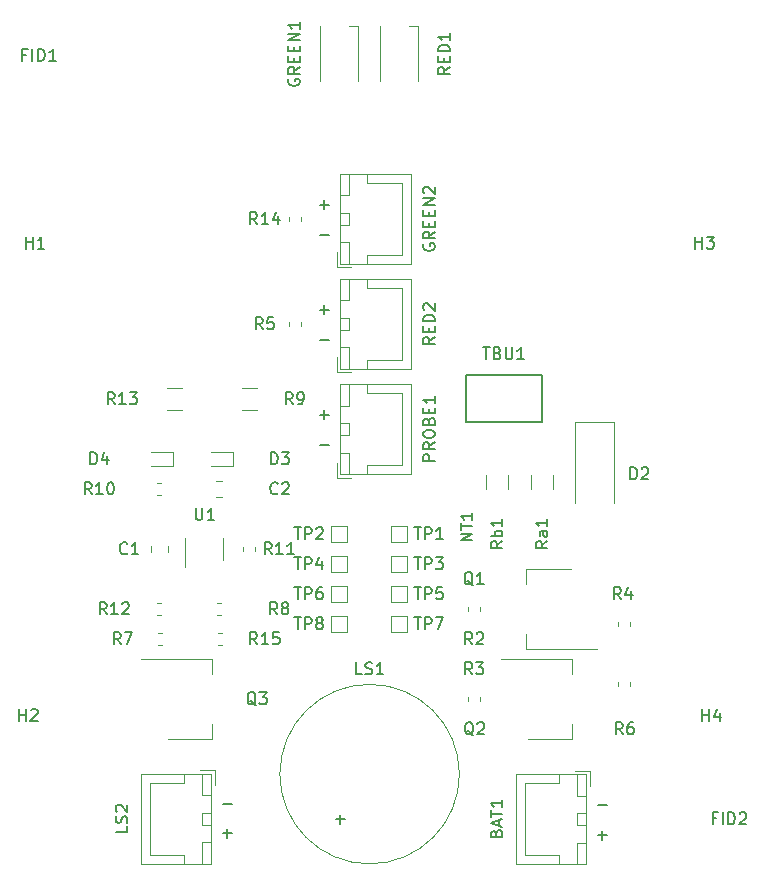
<source format=gbr>
%TF.GenerationSoftware,KiCad,Pcbnew,(5.1.5)-3*%
%TF.CreationDate,2020-08-07T17:04:35+02:00*%
%TF.ProjectId,continuity,636f6e74-696e-4756-9974-792e6b696361,rev?*%
%TF.SameCoordinates,Original*%
%TF.FileFunction,Legend,Top*%
%TF.FilePolarity,Positive*%
%FSLAX46Y46*%
G04 Gerber Fmt 4.6, Leading zero omitted, Abs format (unit mm)*
G04 Created by KiCad (PCBNEW (5.1.5)-3) date 2020-08-07 17:04:35*
%MOMM*%
%LPD*%
G04 APERTURE LIST*
%ADD10C,0.150000*%
%ADD11C,0.120000*%
G04 APERTURE END LIST*
D10*
X48029977Y-96824900D02*
X47268072Y-96824900D01*
X48029977Y-99324900D02*
X47268072Y-99324900D01*
X47649025Y-98943948D02*
X47649025Y-99705852D01*
X55483072Y-46127757D02*
X56244977Y-46127757D01*
X55864025Y-46508709D02*
X55864025Y-45746805D01*
X55483072Y-48667757D02*
X56244977Y-48667757D01*
X79018072Y-99507757D02*
X79779977Y-99507757D01*
X79399025Y-99888709D02*
X79399025Y-99126805D01*
X79018072Y-96967757D02*
X79779977Y-96967757D01*
X55483072Y-63907757D02*
X56244977Y-63907757D01*
X55864025Y-64288709D02*
X55864025Y-63526805D01*
X55483072Y-66447757D02*
X56244977Y-66447757D01*
X55483072Y-57557757D02*
X56244977Y-57557757D01*
X55483072Y-55017757D02*
X56244977Y-55017757D01*
X55864025Y-55398709D02*
X55864025Y-54636805D01*
D11*
X56924025Y-69226329D02*
X58174025Y-69226329D01*
X56924025Y-67976329D02*
X56924025Y-69226329D01*
X62424025Y-62076329D02*
X62424025Y-65126329D01*
X59474025Y-62076329D02*
X62424025Y-62076329D01*
X59474025Y-61326329D02*
X59474025Y-62076329D01*
X62424025Y-68176329D02*
X62424025Y-65126329D01*
X59474025Y-68176329D02*
X62424025Y-68176329D01*
X59474025Y-68926329D02*
X59474025Y-68176329D01*
X57224025Y-61326329D02*
X57224025Y-63126329D01*
X57974025Y-61326329D02*
X57224025Y-61326329D01*
X57974025Y-63126329D02*
X57974025Y-61326329D01*
X57224025Y-63126329D02*
X57974025Y-63126329D01*
X57224025Y-67126329D02*
X57224025Y-68926329D01*
X57974025Y-67126329D02*
X57224025Y-67126329D01*
X57974025Y-68926329D02*
X57974025Y-67126329D01*
X57224025Y-68926329D02*
X57974025Y-68926329D01*
X57224025Y-64626329D02*
X57224025Y-65626329D01*
X57974025Y-64626329D02*
X57224025Y-64626329D01*
X57974025Y-65626329D02*
X57974025Y-64626329D01*
X57224025Y-65626329D02*
X57974025Y-65626329D01*
X57214025Y-61316329D02*
X57214025Y-68936329D01*
X63184025Y-61316329D02*
X57214025Y-61316329D01*
X63184025Y-68936329D02*
X63184025Y-61316329D01*
X57214025Y-68936329D02*
X63184025Y-68936329D01*
X46589025Y-94006329D02*
X45339025Y-94006329D01*
X46589025Y-95256329D02*
X46589025Y-94006329D01*
X41089025Y-101156329D02*
X41089025Y-98106329D01*
X44039025Y-101156329D02*
X41089025Y-101156329D01*
X44039025Y-101906329D02*
X44039025Y-101156329D01*
X41089025Y-95056329D02*
X41089025Y-98106329D01*
X44039025Y-95056329D02*
X41089025Y-95056329D01*
X44039025Y-94306329D02*
X44039025Y-95056329D01*
X46289025Y-101906329D02*
X46289025Y-100106329D01*
X45539025Y-101906329D02*
X46289025Y-101906329D01*
X45539025Y-100106329D02*
X45539025Y-101906329D01*
X46289025Y-100106329D02*
X45539025Y-100106329D01*
X46289025Y-96106329D02*
X46289025Y-94306329D01*
X45539025Y-96106329D02*
X46289025Y-96106329D01*
X45539025Y-94306329D02*
X45539025Y-96106329D01*
X46289025Y-94306329D02*
X45539025Y-94306329D01*
X46289025Y-98606329D02*
X46289025Y-97606329D01*
X45539025Y-98606329D02*
X46289025Y-98606329D01*
X45539025Y-97606329D02*
X45539025Y-98606329D01*
X46289025Y-97606329D02*
X45539025Y-97606329D01*
X46299025Y-101916329D02*
X46299025Y-94296329D01*
X40329025Y-101916329D02*
X46299025Y-101916329D01*
X40329025Y-94296329D02*
X40329025Y-101916329D01*
X46299025Y-94296329D02*
X40329025Y-94296329D01*
X46842758Y-83396329D02*
X47185292Y-83396329D01*
X46842758Y-82376329D02*
X47185292Y-82376329D01*
X53874025Y-47497596D02*
X53874025Y-47155062D01*
X52854025Y-47497596D02*
X52854025Y-47155062D01*
X56924025Y-51406329D02*
X58174025Y-51406329D01*
X56924025Y-50156329D02*
X56924025Y-51406329D01*
X62424025Y-44256329D02*
X62424025Y-47306329D01*
X59474025Y-44256329D02*
X62424025Y-44256329D01*
X59474025Y-43506329D02*
X59474025Y-44256329D01*
X62424025Y-50356329D02*
X62424025Y-47306329D01*
X59474025Y-50356329D02*
X62424025Y-50356329D01*
X59474025Y-51106329D02*
X59474025Y-50356329D01*
X57224025Y-43506329D02*
X57224025Y-45306329D01*
X57974025Y-43506329D02*
X57224025Y-43506329D01*
X57974025Y-45306329D02*
X57974025Y-43506329D01*
X57224025Y-45306329D02*
X57974025Y-45306329D01*
X57224025Y-49306329D02*
X57224025Y-51106329D01*
X57974025Y-49306329D02*
X57224025Y-49306329D01*
X57974025Y-51106329D02*
X57974025Y-49306329D01*
X57224025Y-51106329D02*
X57974025Y-51106329D01*
X57224025Y-46806329D02*
X57224025Y-47806329D01*
X57974025Y-46806329D02*
X57224025Y-46806329D01*
X57974025Y-47806329D02*
X57974025Y-46806329D01*
X57224025Y-47806329D02*
X57974025Y-47806329D01*
X57214025Y-43496329D02*
X57214025Y-51116329D01*
X63184025Y-43496329D02*
X57214025Y-43496329D01*
X63184025Y-51116329D02*
X63184025Y-43496329D01*
X57214025Y-51116329D02*
X63184025Y-51116329D01*
X58734025Y-30956329D02*
X57934025Y-30956329D01*
X58734025Y-35606329D02*
X58734025Y-30956329D01*
X55534025Y-35606329D02*
X55534025Y-30956329D01*
X56434025Y-78376329D02*
X57834025Y-78376329D01*
X56434025Y-79776329D02*
X56434025Y-78376329D01*
X57834025Y-79776329D02*
X56434025Y-79776329D01*
X57834025Y-78376329D02*
X57834025Y-79776329D01*
X56434025Y-80916329D02*
X57834025Y-80916329D01*
X56434025Y-82316329D02*
X56434025Y-80916329D01*
X57834025Y-82316329D02*
X56434025Y-82316329D01*
X57834025Y-80916329D02*
X57834025Y-82316329D01*
X61514025Y-80916329D02*
X62914025Y-80916329D01*
X61514025Y-82316329D02*
X61514025Y-80916329D01*
X62914025Y-82316329D02*
X61514025Y-82316329D01*
X62914025Y-80916329D02*
X62914025Y-82316329D01*
X61514025Y-78376329D02*
X62914025Y-78376329D01*
X61514025Y-79776329D02*
X61514025Y-78376329D01*
X62914025Y-79776329D02*
X61514025Y-79776329D01*
X62914025Y-78376329D02*
X62914025Y-79776329D01*
X56434025Y-75836329D02*
X57834025Y-75836329D01*
X56434025Y-77236329D02*
X56434025Y-75836329D01*
X57834025Y-77236329D02*
X56434025Y-77236329D01*
X57834025Y-75836329D02*
X57834025Y-77236329D01*
X61514025Y-75836329D02*
X62914025Y-75836329D01*
X61514025Y-77236329D02*
X61514025Y-75836329D01*
X62914025Y-77236329D02*
X61514025Y-77236329D01*
X62914025Y-75836329D02*
X62914025Y-77236329D01*
X56434025Y-73296329D02*
X57834025Y-73296329D01*
X56434025Y-74696329D02*
X56434025Y-73296329D01*
X57834025Y-74696329D02*
X56434025Y-74696329D01*
X57834025Y-73296329D02*
X57834025Y-74696329D01*
X61514025Y-73296329D02*
X62914025Y-73296329D01*
X61514025Y-74696329D02*
X61514025Y-73296329D01*
X62914025Y-74696329D02*
X61514025Y-74696329D01*
X62914025Y-73296329D02*
X62914025Y-74696329D01*
D10*
X74004025Y-60566329D02*
X68154025Y-60566329D01*
X68154025Y-60566329D02*
X67854025Y-60566329D01*
X67854025Y-60566329D02*
X67854025Y-61566329D01*
X67854025Y-61566329D02*
X67854025Y-64466329D01*
X67854025Y-64466329D02*
X67854025Y-64516329D01*
X67854025Y-64516329D02*
X74304025Y-64516329D01*
X74304025Y-64516329D02*
X74304025Y-60566329D01*
X74304025Y-60566329D02*
X74004025Y-60566329D01*
D11*
X67314025Y-94326329D02*
G75*
G03X67314025Y-94326329I-7600000J0D01*
G01*
X75229025Y-70193393D02*
X75229025Y-68989265D01*
X73409025Y-70193393D02*
X73409025Y-68989265D01*
X71419025Y-70193393D02*
X71419025Y-68989265D01*
X69599025Y-70193393D02*
X69599025Y-68989265D01*
X78339025Y-94046329D02*
X77089025Y-94046329D01*
X78339025Y-95296329D02*
X78339025Y-94046329D01*
X72839025Y-101196329D02*
X72839025Y-98146329D01*
X75789025Y-101196329D02*
X72839025Y-101196329D01*
X75789025Y-101946329D02*
X75789025Y-101196329D01*
X72839025Y-95096329D02*
X72839025Y-98146329D01*
X75789025Y-95096329D02*
X72839025Y-95096329D01*
X75789025Y-94346329D02*
X75789025Y-95096329D01*
X78039025Y-101946329D02*
X78039025Y-100146329D01*
X77289025Y-101946329D02*
X78039025Y-101946329D01*
X77289025Y-100146329D02*
X77289025Y-101946329D01*
X78039025Y-100146329D02*
X77289025Y-100146329D01*
X78039025Y-96146329D02*
X78039025Y-94346329D01*
X77289025Y-96146329D02*
X78039025Y-96146329D01*
X77289025Y-94346329D02*
X77289025Y-96146329D01*
X78039025Y-94346329D02*
X77289025Y-94346329D01*
X78039025Y-98646329D02*
X78039025Y-97646329D01*
X77289025Y-98646329D02*
X78039025Y-98646329D01*
X77289025Y-97646329D02*
X77289025Y-98646329D01*
X78039025Y-97646329D02*
X77289025Y-97646329D01*
X78049025Y-101956329D02*
X78049025Y-94336329D01*
X72079025Y-101956329D02*
X78049025Y-101956329D01*
X72079025Y-94336329D02*
X72079025Y-101956329D01*
X78049025Y-94336329D02*
X72079025Y-94336329D01*
X56924025Y-60296329D02*
X58174025Y-60296329D01*
X56924025Y-59046329D02*
X56924025Y-60296329D01*
X62424025Y-53146329D02*
X62424025Y-56196329D01*
X59474025Y-53146329D02*
X62424025Y-53146329D01*
X59474025Y-52396329D02*
X59474025Y-53146329D01*
X62424025Y-59246329D02*
X62424025Y-56196329D01*
X59474025Y-59246329D02*
X62424025Y-59246329D01*
X59474025Y-59996329D02*
X59474025Y-59246329D01*
X57224025Y-52396329D02*
X57224025Y-54196329D01*
X57974025Y-52396329D02*
X57224025Y-52396329D01*
X57974025Y-54196329D02*
X57974025Y-52396329D01*
X57224025Y-54196329D02*
X57974025Y-54196329D01*
X57224025Y-58196329D02*
X57224025Y-59996329D01*
X57974025Y-58196329D02*
X57224025Y-58196329D01*
X57974025Y-59996329D02*
X57974025Y-58196329D01*
X57224025Y-59996329D02*
X57974025Y-59996329D01*
X57224025Y-55696329D02*
X57224025Y-56696329D01*
X57974025Y-55696329D02*
X57224025Y-55696329D01*
X57974025Y-56696329D02*
X57974025Y-55696329D01*
X57224025Y-56696329D02*
X57974025Y-56696329D01*
X57214025Y-52386329D02*
X57214025Y-60006329D01*
X63184025Y-52386329D02*
X57214025Y-52386329D01*
X63184025Y-60006329D02*
X63184025Y-52386329D01*
X57214025Y-60006329D02*
X63184025Y-60006329D01*
X63814025Y-30956329D02*
X63014025Y-30956329D01*
X63814025Y-35606329D02*
X63814025Y-30956329D01*
X60614025Y-35606329D02*
X60614025Y-30956329D01*
X46712773Y-70896329D02*
X47235277Y-70896329D01*
X46712773Y-69476329D02*
X47235277Y-69476329D01*
X41184025Y-75005077D02*
X41184025Y-75527581D01*
X42604025Y-75005077D02*
X42604025Y-75527581D01*
X46384025Y-91376329D02*
X46384025Y-90116329D01*
X46384025Y-84556329D02*
X46384025Y-85816329D01*
X42624025Y-91376329D02*
X46384025Y-91376329D01*
X40374025Y-84556329D02*
X46384025Y-84556329D01*
X42601961Y-61656329D02*
X43806089Y-61656329D01*
X42601961Y-63476329D02*
X43806089Y-63476329D01*
X48951961Y-61656329D02*
X50156089Y-61656329D01*
X48951961Y-63476329D02*
X50156089Y-63476329D01*
X47314025Y-76166329D02*
X47314025Y-74366329D01*
X44094025Y-74366329D02*
X44094025Y-76816329D01*
X42065292Y-80856329D02*
X41722758Y-80856329D01*
X42065292Y-79836329D02*
X41722758Y-79836329D01*
X50024025Y-75095062D02*
X50024025Y-75437596D01*
X49004025Y-75095062D02*
X49004025Y-75437596D01*
X41722758Y-69676329D02*
X42065292Y-69676329D01*
X41722758Y-70696329D02*
X42065292Y-70696329D01*
X46802758Y-79836329D02*
X47145292Y-79836329D01*
X46802758Y-80856329D02*
X47145292Y-80856329D01*
X41762758Y-82376329D02*
X42105292Y-82376329D01*
X41762758Y-83396329D02*
X42105292Y-83396329D01*
X81774025Y-86525062D02*
X81774025Y-86867596D01*
X80754025Y-86525062D02*
X80754025Y-86867596D01*
X52854025Y-56387596D02*
X52854025Y-56045062D01*
X53874025Y-56387596D02*
X53874025Y-56045062D01*
X80754025Y-81787596D02*
X80754025Y-81445062D01*
X81774025Y-81787596D02*
X81774025Y-81445062D01*
X69074025Y-88137596D02*
X69074025Y-87795062D01*
X68054025Y-88137596D02*
X68054025Y-87795062D01*
X68054025Y-80517596D02*
X68054025Y-80175062D01*
X69074025Y-80517596D02*
X69074025Y-80175062D01*
X70866000Y-84556329D02*
X76876000Y-84556329D01*
X73116000Y-91376329D02*
X76876000Y-91376329D01*
X76876000Y-84556329D02*
X76876000Y-85816329D01*
X76876000Y-91376329D02*
X76876000Y-90116329D01*
X72986000Y-76936329D02*
X72986000Y-78196329D01*
X72986000Y-83756329D02*
X72986000Y-82496329D01*
X76746000Y-76936329D02*
X72986000Y-76936329D01*
X78996000Y-83756329D02*
X72986000Y-83756329D01*
X43044025Y-68246329D02*
X43044025Y-67046329D01*
X41194025Y-68246329D02*
X43044025Y-68246329D01*
X41194025Y-67046329D02*
X43044025Y-67046329D01*
X48124025Y-68246329D02*
X48124025Y-67046329D01*
X46274025Y-68246329D02*
X48124025Y-68246329D01*
X46274025Y-67046329D02*
X48124025Y-67046329D01*
X80374025Y-64516329D02*
X77074025Y-64516329D01*
X77074025Y-64516329D02*
X77074025Y-71416329D01*
X80374025Y-64516329D02*
X80374025Y-71416329D01*
D10*
X65246405Y-67820614D02*
X64246405Y-67820614D01*
X64246405Y-67439662D01*
X64294025Y-67344424D01*
X64341644Y-67296805D01*
X64436882Y-67249186D01*
X64579739Y-67249186D01*
X64674977Y-67296805D01*
X64722596Y-67344424D01*
X64770215Y-67439662D01*
X64770215Y-67820614D01*
X65246405Y-66249186D02*
X64770215Y-66582519D01*
X65246405Y-66820614D02*
X64246405Y-66820614D01*
X64246405Y-66439662D01*
X64294025Y-66344424D01*
X64341644Y-66296805D01*
X64436882Y-66249186D01*
X64579739Y-66249186D01*
X64674977Y-66296805D01*
X64722596Y-66344424D01*
X64770215Y-66439662D01*
X64770215Y-66820614D01*
X64246405Y-65630138D02*
X64246405Y-65439662D01*
X64294025Y-65344424D01*
X64389263Y-65249186D01*
X64579739Y-65201567D01*
X64913072Y-65201567D01*
X65103548Y-65249186D01*
X65198786Y-65344424D01*
X65246405Y-65439662D01*
X65246405Y-65630138D01*
X65198786Y-65725376D01*
X65103548Y-65820614D01*
X64913072Y-65868233D01*
X64579739Y-65868233D01*
X64389263Y-65820614D01*
X64294025Y-65725376D01*
X64246405Y-65630138D01*
X64722596Y-64439662D02*
X64770215Y-64296805D01*
X64817834Y-64249186D01*
X64913072Y-64201567D01*
X65055929Y-64201567D01*
X65151167Y-64249186D01*
X65198786Y-64296805D01*
X65246405Y-64392043D01*
X65246405Y-64772995D01*
X64246405Y-64772995D01*
X64246405Y-64439662D01*
X64294025Y-64344424D01*
X64341644Y-64296805D01*
X64436882Y-64249186D01*
X64532120Y-64249186D01*
X64627358Y-64296805D01*
X64674977Y-64344424D01*
X64722596Y-64439662D01*
X64722596Y-64772995D01*
X64722596Y-63772995D02*
X64722596Y-63439662D01*
X65246405Y-63296805D02*
X65246405Y-63772995D01*
X64246405Y-63772995D01*
X64246405Y-63296805D01*
X65246405Y-62344424D02*
X65246405Y-62915852D01*
X65246405Y-62630138D02*
X64246405Y-62630138D01*
X64389263Y-62725376D01*
X64484501Y-62820614D01*
X64532120Y-62915852D01*
X39211405Y-98749186D02*
X39211405Y-99225376D01*
X38211405Y-99225376D01*
X39163786Y-98463471D02*
X39211405Y-98320614D01*
X39211405Y-98082519D01*
X39163786Y-97987281D01*
X39116167Y-97939662D01*
X39020929Y-97892043D01*
X38925691Y-97892043D01*
X38830453Y-97939662D01*
X38782834Y-97987281D01*
X38735215Y-98082519D01*
X38687596Y-98272995D01*
X38639977Y-98368233D01*
X38592358Y-98415852D01*
X38497120Y-98463471D01*
X38401882Y-98463471D01*
X38306644Y-98415852D01*
X38259025Y-98368233D01*
X38211405Y-98272995D01*
X38211405Y-98034900D01*
X38259025Y-97892043D01*
X38306644Y-97511090D02*
X38259025Y-97463471D01*
X38211405Y-97368233D01*
X38211405Y-97130138D01*
X38259025Y-97034900D01*
X38306644Y-96987281D01*
X38401882Y-96939662D01*
X38497120Y-96939662D01*
X38639977Y-96987281D01*
X39211405Y-97558709D01*
X39211405Y-96939662D01*
X50181167Y-83338709D02*
X49847834Y-82862519D01*
X49609739Y-83338709D02*
X49609739Y-82338709D01*
X49990691Y-82338709D01*
X50085929Y-82386329D01*
X50133548Y-82433948D01*
X50181167Y-82529186D01*
X50181167Y-82672043D01*
X50133548Y-82767281D01*
X50085929Y-82814900D01*
X49990691Y-82862519D01*
X49609739Y-82862519D01*
X51133548Y-83338709D02*
X50562120Y-83338709D01*
X50847834Y-83338709D02*
X50847834Y-82338709D01*
X50752596Y-82481567D01*
X50657358Y-82576805D01*
X50562120Y-82624424D01*
X52038310Y-82338709D02*
X51562120Y-82338709D01*
X51514501Y-82814900D01*
X51562120Y-82767281D01*
X51657358Y-82719662D01*
X51895453Y-82719662D01*
X51990691Y-82767281D01*
X52038310Y-82814900D01*
X52085929Y-82910138D01*
X52085929Y-83148233D01*
X52038310Y-83243471D01*
X51990691Y-83291090D01*
X51895453Y-83338709D01*
X51657358Y-83338709D01*
X51562120Y-83291090D01*
X51514501Y-83243471D01*
X50181167Y-47778709D02*
X49847834Y-47302519D01*
X49609739Y-47778709D02*
X49609739Y-46778709D01*
X49990691Y-46778709D01*
X50085929Y-46826329D01*
X50133548Y-46873948D01*
X50181167Y-46969186D01*
X50181167Y-47112043D01*
X50133548Y-47207281D01*
X50085929Y-47254900D01*
X49990691Y-47302519D01*
X49609739Y-47302519D01*
X51133548Y-47778709D02*
X50562120Y-47778709D01*
X50847834Y-47778709D02*
X50847834Y-46778709D01*
X50752596Y-46921567D01*
X50657358Y-47016805D01*
X50562120Y-47064424D01*
X51990691Y-47112043D02*
X51990691Y-47778709D01*
X51752596Y-46731090D02*
X51514501Y-47445376D01*
X52133548Y-47445376D01*
X64294025Y-49449186D02*
X64246405Y-49544424D01*
X64246405Y-49687281D01*
X64294025Y-49830138D01*
X64389263Y-49925376D01*
X64484501Y-49972995D01*
X64674977Y-50020614D01*
X64817834Y-50020614D01*
X65008310Y-49972995D01*
X65103548Y-49925376D01*
X65198786Y-49830138D01*
X65246405Y-49687281D01*
X65246405Y-49592043D01*
X65198786Y-49449186D01*
X65151167Y-49401567D01*
X64817834Y-49401567D01*
X64817834Y-49592043D01*
X65246405Y-48401567D02*
X64770215Y-48734900D01*
X65246405Y-48972995D02*
X64246405Y-48972995D01*
X64246405Y-48592043D01*
X64294025Y-48496805D01*
X64341644Y-48449186D01*
X64436882Y-48401567D01*
X64579739Y-48401567D01*
X64674977Y-48449186D01*
X64722596Y-48496805D01*
X64770215Y-48592043D01*
X64770215Y-48972995D01*
X64722596Y-47972995D02*
X64722596Y-47639662D01*
X65246405Y-47496805D02*
X65246405Y-47972995D01*
X64246405Y-47972995D01*
X64246405Y-47496805D01*
X64722596Y-47068233D02*
X64722596Y-46734900D01*
X65246405Y-46592043D02*
X65246405Y-47068233D01*
X64246405Y-47068233D01*
X64246405Y-46592043D01*
X65246405Y-46163471D02*
X64246405Y-46163471D01*
X65246405Y-45592043D01*
X64246405Y-45592043D01*
X64341644Y-45163471D02*
X64294025Y-45115852D01*
X64246405Y-45020614D01*
X64246405Y-44782519D01*
X64294025Y-44687281D01*
X64341644Y-44639662D01*
X64436882Y-44592043D01*
X64532120Y-44592043D01*
X64674977Y-44639662D01*
X65246405Y-45211090D01*
X65246405Y-44592043D01*
X52864025Y-35499186D02*
X52816405Y-35594424D01*
X52816405Y-35737281D01*
X52864025Y-35880138D01*
X52959263Y-35975376D01*
X53054501Y-36022995D01*
X53244977Y-36070614D01*
X53387834Y-36070614D01*
X53578310Y-36022995D01*
X53673548Y-35975376D01*
X53768786Y-35880138D01*
X53816405Y-35737281D01*
X53816405Y-35642043D01*
X53768786Y-35499186D01*
X53721167Y-35451567D01*
X53387834Y-35451567D01*
X53387834Y-35642043D01*
X53816405Y-34451567D02*
X53340215Y-34784900D01*
X53816405Y-35022995D02*
X52816405Y-35022995D01*
X52816405Y-34642043D01*
X52864025Y-34546805D01*
X52911644Y-34499186D01*
X53006882Y-34451567D01*
X53149739Y-34451567D01*
X53244977Y-34499186D01*
X53292596Y-34546805D01*
X53340215Y-34642043D01*
X53340215Y-35022995D01*
X53292596Y-34022995D02*
X53292596Y-33689662D01*
X53816405Y-33546805D02*
X53816405Y-34022995D01*
X52816405Y-34022995D01*
X52816405Y-33546805D01*
X53292596Y-33118233D02*
X53292596Y-32784900D01*
X53816405Y-32642043D02*
X53816405Y-33118233D01*
X52816405Y-33118233D01*
X52816405Y-32642043D01*
X53816405Y-32213471D02*
X52816405Y-32213471D01*
X53816405Y-31642043D01*
X52816405Y-31642043D01*
X53816405Y-30642043D02*
X53816405Y-31213471D01*
X53816405Y-30927757D02*
X52816405Y-30927757D01*
X52959263Y-31022995D01*
X53054501Y-31118233D01*
X53102120Y-31213471D01*
X53332120Y-78528709D02*
X53903548Y-78528709D01*
X53617834Y-79528709D02*
X53617834Y-78528709D01*
X54236882Y-79528709D02*
X54236882Y-78528709D01*
X54617834Y-78528709D01*
X54713072Y-78576329D01*
X54760691Y-78623948D01*
X54808310Y-78719186D01*
X54808310Y-78862043D01*
X54760691Y-78957281D01*
X54713072Y-79004900D01*
X54617834Y-79052519D01*
X54236882Y-79052519D01*
X55665453Y-78528709D02*
X55474977Y-78528709D01*
X55379739Y-78576329D01*
X55332120Y-78623948D01*
X55236882Y-78766805D01*
X55189263Y-78957281D01*
X55189263Y-79338233D01*
X55236882Y-79433471D01*
X55284501Y-79481090D01*
X55379739Y-79528709D01*
X55570215Y-79528709D01*
X55665453Y-79481090D01*
X55713072Y-79433471D01*
X55760691Y-79338233D01*
X55760691Y-79100138D01*
X55713072Y-79004900D01*
X55665453Y-78957281D01*
X55570215Y-78909662D01*
X55379739Y-78909662D01*
X55284501Y-78957281D01*
X55236882Y-79004900D01*
X55189263Y-79100138D01*
X68421405Y-74544186D02*
X67421405Y-74544186D01*
X68421405Y-73972757D01*
X67421405Y-73972757D01*
X67421405Y-73639424D02*
X67421405Y-73067995D01*
X68421405Y-73353709D02*
X67421405Y-73353709D01*
X68421405Y-72210852D02*
X68421405Y-72782281D01*
X68421405Y-72496567D02*
X67421405Y-72496567D01*
X67564263Y-72591805D01*
X67659501Y-72687043D01*
X67707120Y-72782281D01*
X53332120Y-81068709D02*
X53903548Y-81068709D01*
X53617834Y-82068709D02*
X53617834Y-81068709D01*
X54236882Y-82068709D02*
X54236882Y-81068709D01*
X54617834Y-81068709D01*
X54713072Y-81116329D01*
X54760691Y-81163948D01*
X54808310Y-81259186D01*
X54808310Y-81402043D01*
X54760691Y-81497281D01*
X54713072Y-81544900D01*
X54617834Y-81592519D01*
X54236882Y-81592519D01*
X55379739Y-81497281D02*
X55284501Y-81449662D01*
X55236882Y-81402043D01*
X55189263Y-81306805D01*
X55189263Y-81259186D01*
X55236882Y-81163948D01*
X55284501Y-81116329D01*
X55379739Y-81068709D01*
X55570215Y-81068709D01*
X55665453Y-81116329D01*
X55713072Y-81163948D01*
X55760691Y-81259186D01*
X55760691Y-81306805D01*
X55713072Y-81402043D01*
X55665453Y-81449662D01*
X55570215Y-81497281D01*
X55379739Y-81497281D01*
X55284501Y-81544900D01*
X55236882Y-81592519D01*
X55189263Y-81687757D01*
X55189263Y-81878233D01*
X55236882Y-81973471D01*
X55284501Y-82021090D01*
X55379739Y-82068709D01*
X55570215Y-82068709D01*
X55665453Y-82021090D01*
X55713072Y-81973471D01*
X55760691Y-81878233D01*
X55760691Y-81687757D01*
X55713072Y-81592519D01*
X55665453Y-81544900D01*
X55570215Y-81497281D01*
X63492120Y-81068709D02*
X64063548Y-81068709D01*
X63777834Y-82068709D02*
X63777834Y-81068709D01*
X64396882Y-82068709D02*
X64396882Y-81068709D01*
X64777834Y-81068709D01*
X64873072Y-81116329D01*
X64920691Y-81163948D01*
X64968310Y-81259186D01*
X64968310Y-81402043D01*
X64920691Y-81497281D01*
X64873072Y-81544900D01*
X64777834Y-81592519D01*
X64396882Y-81592519D01*
X65301644Y-81068709D02*
X65968310Y-81068709D01*
X65539739Y-82068709D01*
X63492120Y-78528709D02*
X64063548Y-78528709D01*
X63777834Y-79528709D02*
X63777834Y-78528709D01*
X64396882Y-79528709D02*
X64396882Y-78528709D01*
X64777834Y-78528709D01*
X64873072Y-78576329D01*
X64920691Y-78623948D01*
X64968310Y-78719186D01*
X64968310Y-78862043D01*
X64920691Y-78957281D01*
X64873072Y-79004900D01*
X64777834Y-79052519D01*
X64396882Y-79052519D01*
X65873072Y-78528709D02*
X65396882Y-78528709D01*
X65349263Y-79004900D01*
X65396882Y-78957281D01*
X65492120Y-78909662D01*
X65730215Y-78909662D01*
X65825453Y-78957281D01*
X65873072Y-79004900D01*
X65920691Y-79100138D01*
X65920691Y-79338233D01*
X65873072Y-79433471D01*
X65825453Y-79481090D01*
X65730215Y-79528709D01*
X65492120Y-79528709D01*
X65396882Y-79481090D01*
X65349263Y-79433471D01*
X53332120Y-75988709D02*
X53903548Y-75988709D01*
X53617834Y-76988709D02*
X53617834Y-75988709D01*
X54236882Y-76988709D02*
X54236882Y-75988709D01*
X54617834Y-75988709D01*
X54713072Y-76036329D01*
X54760691Y-76083948D01*
X54808310Y-76179186D01*
X54808310Y-76322043D01*
X54760691Y-76417281D01*
X54713072Y-76464900D01*
X54617834Y-76512519D01*
X54236882Y-76512519D01*
X55665453Y-76322043D02*
X55665453Y-76988709D01*
X55427358Y-75941090D02*
X55189263Y-76655376D01*
X55808310Y-76655376D01*
X63492120Y-75988709D02*
X64063548Y-75988709D01*
X63777834Y-76988709D02*
X63777834Y-75988709D01*
X64396882Y-76988709D02*
X64396882Y-75988709D01*
X64777834Y-75988709D01*
X64873072Y-76036329D01*
X64920691Y-76083948D01*
X64968310Y-76179186D01*
X64968310Y-76322043D01*
X64920691Y-76417281D01*
X64873072Y-76464900D01*
X64777834Y-76512519D01*
X64396882Y-76512519D01*
X65301644Y-75988709D02*
X65920691Y-75988709D01*
X65587358Y-76369662D01*
X65730215Y-76369662D01*
X65825453Y-76417281D01*
X65873072Y-76464900D01*
X65920691Y-76560138D01*
X65920691Y-76798233D01*
X65873072Y-76893471D01*
X65825453Y-76941090D01*
X65730215Y-76988709D01*
X65444501Y-76988709D01*
X65349263Y-76941090D01*
X65301644Y-76893471D01*
X53332120Y-73448709D02*
X53903548Y-73448709D01*
X53617834Y-74448709D02*
X53617834Y-73448709D01*
X54236882Y-74448709D02*
X54236882Y-73448709D01*
X54617834Y-73448709D01*
X54713072Y-73496329D01*
X54760691Y-73543948D01*
X54808310Y-73639186D01*
X54808310Y-73782043D01*
X54760691Y-73877281D01*
X54713072Y-73924900D01*
X54617834Y-73972519D01*
X54236882Y-73972519D01*
X55189263Y-73543948D02*
X55236882Y-73496329D01*
X55332120Y-73448709D01*
X55570215Y-73448709D01*
X55665453Y-73496329D01*
X55713072Y-73543948D01*
X55760691Y-73639186D01*
X55760691Y-73734424D01*
X55713072Y-73877281D01*
X55141644Y-74448709D01*
X55760691Y-74448709D01*
X63492120Y-73448709D02*
X64063548Y-73448709D01*
X63777834Y-74448709D02*
X63777834Y-73448709D01*
X64396882Y-74448709D02*
X64396882Y-73448709D01*
X64777834Y-73448709D01*
X64873072Y-73496329D01*
X64920691Y-73543948D01*
X64968310Y-73639186D01*
X64968310Y-73782043D01*
X64920691Y-73877281D01*
X64873072Y-73924900D01*
X64777834Y-73972519D01*
X64396882Y-73972519D01*
X65920691Y-74448709D02*
X65349263Y-74448709D01*
X65634977Y-74448709D02*
X65634977Y-73448709D01*
X65539739Y-73591567D01*
X65444501Y-73686805D01*
X65349263Y-73734424D01*
X89082596Y-98054900D02*
X88749263Y-98054900D01*
X88749263Y-98578709D02*
X88749263Y-97578709D01*
X89225453Y-97578709D01*
X89606405Y-98578709D02*
X89606405Y-97578709D01*
X90082596Y-98578709D02*
X90082596Y-97578709D01*
X90320691Y-97578709D01*
X90463548Y-97626329D01*
X90558786Y-97721567D01*
X90606405Y-97816805D01*
X90654025Y-98007281D01*
X90654025Y-98150138D01*
X90606405Y-98340614D01*
X90558786Y-98435852D01*
X90463548Y-98531090D01*
X90320691Y-98578709D01*
X90082596Y-98578709D01*
X91034977Y-97673948D02*
X91082596Y-97626329D01*
X91177834Y-97578709D01*
X91415929Y-97578709D01*
X91511167Y-97626329D01*
X91558786Y-97673948D01*
X91606405Y-97769186D01*
X91606405Y-97864424D01*
X91558786Y-98007281D01*
X90987358Y-98578709D01*
X91606405Y-98578709D01*
X30648091Y-33408311D02*
X30314758Y-33408311D01*
X30314758Y-33932120D02*
X30314758Y-32932120D01*
X30790948Y-32932120D01*
X31171900Y-33932120D02*
X31171900Y-32932120D01*
X31648091Y-33932120D02*
X31648091Y-32932120D01*
X31886186Y-32932120D01*
X32029043Y-32979740D01*
X32124281Y-33074978D01*
X32171900Y-33170216D01*
X32219520Y-33360692D01*
X32219520Y-33503549D01*
X32171900Y-33694025D01*
X32124281Y-33789263D01*
X32029043Y-33884501D01*
X31886186Y-33932120D01*
X31648091Y-33932120D01*
X33171900Y-33932120D02*
X32600472Y-33932120D01*
X32886186Y-33932120D02*
X32886186Y-32932120D01*
X32790948Y-33074978D01*
X32695710Y-33170216D01*
X32600472Y-33217835D01*
X69318310Y-58208709D02*
X69889739Y-58208709D01*
X69604025Y-59208709D02*
X69604025Y-58208709D01*
X70556405Y-58684900D02*
X70699263Y-58732519D01*
X70746882Y-58780138D01*
X70794501Y-58875376D01*
X70794501Y-59018233D01*
X70746882Y-59113471D01*
X70699263Y-59161090D01*
X70604025Y-59208709D01*
X70223072Y-59208709D01*
X70223072Y-58208709D01*
X70556405Y-58208709D01*
X70651644Y-58256329D01*
X70699263Y-58303948D01*
X70746882Y-58399186D01*
X70746882Y-58494424D01*
X70699263Y-58589662D01*
X70651644Y-58637281D01*
X70556405Y-58684900D01*
X70223072Y-58684900D01*
X71223072Y-58208709D02*
X71223072Y-59018233D01*
X71270691Y-59113471D01*
X71318310Y-59161090D01*
X71413548Y-59208709D01*
X71604025Y-59208709D01*
X71699263Y-59161090D01*
X71746882Y-59113471D01*
X71794501Y-59018233D01*
X71794501Y-58208709D01*
X72794501Y-59208709D02*
X72223072Y-59208709D01*
X72508786Y-59208709D02*
X72508786Y-58208709D01*
X72413548Y-58351567D01*
X72318310Y-58446805D01*
X72223072Y-58494424D01*
X59071167Y-85878709D02*
X58594977Y-85878709D01*
X58594977Y-84878709D01*
X59356882Y-85831090D02*
X59499739Y-85878709D01*
X59737834Y-85878709D01*
X59833072Y-85831090D01*
X59880691Y-85783471D01*
X59928310Y-85688233D01*
X59928310Y-85592995D01*
X59880691Y-85497757D01*
X59833072Y-85450138D01*
X59737834Y-85402519D01*
X59547358Y-85354900D01*
X59452120Y-85307281D01*
X59404501Y-85259662D01*
X59356882Y-85164424D01*
X59356882Y-85069186D01*
X59404501Y-84973948D01*
X59452120Y-84926329D01*
X59547358Y-84878709D01*
X59785453Y-84878709D01*
X59928310Y-84926329D01*
X60880691Y-85878709D02*
X60309263Y-85878709D01*
X60594977Y-85878709D02*
X60594977Y-84878709D01*
X60499739Y-85021567D01*
X60404501Y-85116805D01*
X60309263Y-85164424D01*
X57245453Y-98517281D02*
X57245453Y-97755376D01*
X57626405Y-98136329D02*
X56864501Y-98136329D01*
X74771405Y-74615376D02*
X74295215Y-74948709D01*
X74771405Y-75186805D02*
X73771405Y-75186805D01*
X73771405Y-74805852D01*
X73819025Y-74710614D01*
X73866644Y-74662995D01*
X73961882Y-74615376D01*
X74104739Y-74615376D01*
X74199977Y-74662995D01*
X74247596Y-74710614D01*
X74295215Y-74805852D01*
X74295215Y-75186805D01*
X74771405Y-73758233D02*
X74247596Y-73758233D01*
X74152358Y-73805852D01*
X74104739Y-73901090D01*
X74104739Y-74091567D01*
X74152358Y-74186805D01*
X74723786Y-73758233D02*
X74771405Y-73853471D01*
X74771405Y-74091567D01*
X74723786Y-74186805D01*
X74628548Y-74234424D01*
X74533310Y-74234424D01*
X74438072Y-74186805D01*
X74390453Y-74091567D01*
X74390453Y-73853471D01*
X74342834Y-73758233D01*
X74771405Y-72758233D02*
X74771405Y-73329662D01*
X74771405Y-73043948D02*
X73771405Y-73043948D01*
X73914263Y-73139186D01*
X74009501Y-73234424D01*
X74057120Y-73329662D01*
X70961405Y-74615376D02*
X70485215Y-74948709D01*
X70961405Y-75186805D02*
X69961405Y-75186805D01*
X69961405Y-74805852D01*
X70009025Y-74710614D01*
X70056644Y-74662995D01*
X70151882Y-74615376D01*
X70294739Y-74615376D01*
X70389977Y-74662995D01*
X70437596Y-74710614D01*
X70485215Y-74805852D01*
X70485215Y-75186805D01*
X70961405Y-74186805D02*
X69961405Y-74186805D01*
X70342358Y-74186805D02*
X70294739Y-74091567D01*
X70294739Y-73901090D01*
X70342358Y-73805852D01*
X70389977Y-73758233D01*
X70485215Y-73710614D01*
X70770929Y-73710614D01*
X70866167Y-73758233D01*
X70913786Y-73805852D01*
X70961405Y-73901090D01*
X70961405Y-74091567D01*
X70913786Y-74186805D01*
X70961405Y-72758233D02*
X70961405Y-73329662D01*
X70961405Y-73043948D02*
X69961405Y-73043948D01*
X70104263Y-73139186D01*
X70199501Y-73234424D01*
X70247120Y-73329662D01*
X70437596Y-99340614D02*
X70485215Y-99197757D01*
X70532834Y-99150138D01*
X70628072Y-99102519D01*
X70770929Y-99102519D01*
X70866167Y-99150138D01*
X70913786Y-99197757D01*
X70961405Y-99292995D01*
X70961405Y-99673948D01*
X69961405Y-99673948D01*
X69961405Y-99340614D01*
X70009025Y-99245376D01*
X70056644Y-99197757D01*
X70151882Y-99150138D01*
X70247120Y-99150138D01*
X70342358Y-99197757D01*
X70389977Y-99245376D01*
X70437596Y-99340614D01*
X70437596Y-99673948D01*
X70675691Y-98721567D02*
X70675691Y-98245376D01*
X70961405Y-98816805D02*
X69961405Y-98483471D01*
X70961405Y-98150138D01*
X69961405Y-97959662D02*
X69961405Y-97388233D01*
X70961405Y-97673948D02*
X69961405Y-97673948D01*
X70961405Y-96531090D02*
X70961405Y-97102519D01*
X70961405Y-96816805D02*
X69961405Y-96816805D01*
X70104263Y-96912043D01*
X70199501Y-97007281D01*
X70247120Y-97102519D01*
X65246405Y-57335376D02*
X64770215Y-57668709D01*
X65246405Y-57906805D02*
X64246405Y-57906805D01*
X64246405Y-57525852D01*
X64294025Y-57430614D01*
X64341644Y-57382995D01*
X64436882Y-57335376D01*
X64579739Y-57335376D01*
X64674977Y-57382995D01*
X64722596Y-57430614D01*
X64770215Y-57525852D01*
X64770215Y-57906805D01*
X64722596Y-56906805D02*
X64722596Y-56573471D01*
X65246405Y-56430614D02*
X65246405Y-56906805D01*
X64246405Y-56906805D01*
X64246405Y-56430614D01*
X65246405Y-56002043D02*
X64246405Y-56002043D01*
X64246405Y-55763948D01*
X64294025Y-55621090D01*
X64389263Y-55525852D01*
X64484501Y-55478233D01*
X64674977Y-55430614D01*
X64817834Y-55430614D01*
X65008310Y-55478233D01*
X65103548Y-55525852D01*
X65198786Y-55621090D01*
X65246405Y-55763948D01*
X65246405Y-56002043D01*
X64341644Y-55049662D02*
X64294025Y-55002043D01*
X64246405Y-54906805D01*
X64246405Y-54668709D01*
X64294025Y-54573471D01*
X64341644Y-54525852D01*
X64436882Y-54478233D01*
X64532120Y-54478233D01*
X64674977Y-54525852D01*
X65246405Y-55097281D01*
X65246405Y-54478233D01*
X87865164Y-89829894D02*
X87865164Y-88829894D01*
X87865164Y-89306085D02*
X88436592Y-89306085D01*
X88436592Y-89829894D02*
X88436592Y-88829894D01*
X89341354Y-89163228D02*
X89341354Y-89829894D01*
X89103259Y-88782275D02*
X88865164Y-89496561D01*
X89484211Y-89496561D01*
X87293331Y-49829891D02*
X87293331Y-48829891D01*
X87293331Y-49306082D02*
X87864759Y-49306082D01*
X87864759Y-49829891D02*
X87864759Y-48829891D01*
X88245712Y-48829891D02*
X88864759Y-48829891D01*
X88531426Y-49210844D01*
X88674283Y-49210844D01*
X88769521Y-49258463D01*
X88817140Y-49306082D01*
X88864759Y-49401320D01*
X88864759Y-49639415D01*
X88817140Y-49734653D01*
X88769521Y-49782272D01*
X88674283Y-49829891D01*
X88388569Y-49829891D01*
X88293331Y-49782272D01*
X88245712Y-49734653D01*
X30039165Y-89829653D02*
X30039165Y-88829653D01*
X30039165Y-89305844D02*
X30610593Y-89305844D01*
X30610593Y-89829653D02*
X30610593Y-88829653D01*
X31039165Y-88924892D02*
X31086784Y-88877273D01*
X31182022Y-88829653D01*
X31420117Y-88829653D01*
X31515355Y-88877273D01*
X31562974Y-88924892D01*
X31610593Y-89020130D01*
X31610593Y-89115368D01*
X31562974Y-89258225D01*
X30991546Y-89829653D01*
X31610593Y-89829653D01*
X30611332Y-49829655D02*
X30611332Y-48829655D01*
X30611332Y-49305846D02*
X31182760Y-49305846D01*
X31182760Y-49829655D02*
X31182760Y-48829655D01*
X32182760Y-49829655D02*
X31611332Y-49829655D01*
X31897046Y-49829655D02*
X31897046Y-48829655D01*
X31801808Y-48972513D01*
X31706570Y-49067751D01*
X31611332Y-49115370D01*
X66516405Y-34475376D02*
X66040215Y-34808709D01*
X66516405Y-35046805D02*
X65516405Y-35046805D01*
X65516405Y-34665852D01*
X65564025Y-34570614D01*
X65611644Y-34522995D01*
X65706882Y-34475376D01*
X65849739Y-34475376D01*
X65944977Y-34522995D01*
X65992596Y-34570614D01*
X66040215Y-34665852D01*
X66040215Y-35046805D01*
X65992596Y-34046805D02*
X65992596Y-33713471D01*
X66516405Y-33570614D02*
X66516405Y-34046805D01*
X65516405Y-34046805D01*
X65516405Y-33570614D01*
X66516405Y-33142043D02*
X65516405Y-33142043D01*
X65516405Y-32903948D01*
X65564025Y-32761090D01*
X65659263Y-32665852D01*
X65754501Y-32618233D01*
X65944977Y-32570614D01*
X66087834Y-32570614D01*
X66278310Y-32618233D01*
X66373548Y-32665852D01*
X66468786Y-32761090D01*
X66516405Y-32903948D01*
X66516405Y-33142043D01*
X66516405Y-31618233D02*
X66516405Y-32189662D01*
X66516405Y-31903948D02*
X65516405Y-31903948D01*
X65659263Y-31999186D01*
X65754501Y-32094424D01*
X65802120Y-32189662D01*
X51927358Y-70543471D02*
X51879739Y-70591090D01*
X51736882Y-70638709D01*
X51641644Y-70638709D01*
X51498786Y-70591090D01*
X51403548Y-70495852D01*
X51355929Y-70400614D01*
X51308310Y-70210138D01*
X51308310Y-70067281D01*
X51355929Y-69876805D01*
X51403548Y-69781567D01*
X51498786Y-69686329D01*
X51641644Y-69638709D01*
X51736882Y-69638709D01*
X51879739Y-69686329D01*
X51927358Y-69733948D01*
X52308310Y-69733948D02*
X52355929Y-69686329D01*
X52451167Y-69638709D01*
X52689263Y-69638709D01*
X52784501Y-69686329D01*
X52832120Y-69733948D01*
X52879739Y-69829186D01*
X52879739Y-69924424D01*
X52832120Y-70067281D01*
X52260691Y-70638709D01*
X52879739Y-70638709D01*
X39187358Y-75623471D02*
X39139739Y-75671090D01*
X38996882Y-75718709D01*
X38901644Y-75718709D01*
X38758786Y-75671090D01*
X38663548Y-75575852D01*
X38615929Y-75480614D01*
X38568310Y-75290138D01*
X38568310Y-75147281D01*
X38615929Y-74956805D01*
X38663548Y-74861567D01*
X38758786Y-74766329D01*
X38901644Y-74718709D01*
X38996882Y-74718709D01*
X39139739Y-74766329D01*
X39187358Y-74813948D01*
X40139739Y-75718709D02*
X39568310Y-75718709D01*
X39854025Y-75718709D02*
X39854025Y-74718709D01*
X39758786Y-74861567D01*
X39663548Y-74956805D01*
X39568310Y-75004424D01*
X50093786Y-88513948D02*
X49998548Y-88466329D01*
X49903310Y-88371090D01*
X49760453Y-88228233D01*
X49665215Y-88180614D01*
X49569977Y-88180614D01*
X49617596Y-88418709D02*
X49522358Y-88371090D01*
X49427120Y-88275852D01*
X49379501Y-88085376D01*
X49379501Y-87752043D01*
X49427120Y-87561567D01*
X49522358Y-87466329D01*
X49617596Y-87418709D01*
X49808072Y-87418709D01*
X49903310Y-87466329D01*
X49998548Y-87561567D01*
X50046167Y-87752043D01*
X50046167Y-88085376D01*
X49998548Y-88275852D01*
X49903310Y-88371090D01*
X49808072Y-88418709D01*
X49617596Y-88418709D01*
X50379501Y-87418709D02*
X50998548Y-87418709D01*
X50665215Y-87799662D01*
X50808072Y-87799662D01*
X50903310Y-87847281D01*
X50950929Y-87894900D01*
X50998548Y-87990138D01*
X50998548Y-88228233D01*
X50950929Y-88323471D01*
X50903310Y-88371090D01*
X50808072Y-88418709D01*
X50522358Y-88418709D01*
X50427120Y-88371090D01*
X50379501Y-88323471D01*
X38116167Y-63018709D02*
X37782834Y-62542519D01*
X37544739Y-63018709D02*
X37544739Y-62018709D01*
X37925691Y-62018709D01*
X38020929Y-62066329D01*
X38068548Y-62113948D01*
X38116167Y-62209186D01*
X38116167Y-62352043D01*
X38068548Y-62447281D01*
X38020929Y-62494900D01*
X37925691Y-62542519D01*
X37544739Y-62542519D01*
X39068548Y-63018709D02*
X38497120Y-63018709D01*
X38782834Y-63018709D02*
X38782834Y-62018709D01*
X38687596Y-62161567D01*
X38592358Y-62256805D01*
X38497120Y-62304424D01*
X39401882Y-62018709D02*
X40020929Y-62018709D01*
X39687596Y-62399662D01*
X39830453Y-62399662D01*
X39925691Y-62447281D01*
X39973310Y-62494900D01*
X40020929Y-62590138D01*
X40020929Y-62828233D01*
X39973310Y-62923471D01*
X39925691Y-62971090D01*
X39830453Y-63018709D01*
X39544739Y-63018709D01*
X39449501Y-62971090D01*
X39401882Y-62923471D01*
X53197358Y-63018709D02*
X52864025Y-62542519D01*
X52625929Y-63018709D02*
X52625929Y-62018709D01*
X53006882Y-62018709D01*
X53102120Y-62066329D01*
X53149739Y-62113948D01*
X53197358Y-62209186D01*
X53197358Y-62352043D01*
X53149739Y-62447281D01*
X53102120Y-62494900D01*
X53006882Y-62542519D01*
X52625929Y-62542519D01*
X53673548Y-63018709D02*
X53864025Y-63018709D01*
X53959263Y-62971090D01*
X54006882Y-62923471D01*
X54102120Y-62780614D01*
X54149739Y-62590138D01*
X54149739Y-62209186D01*
X54102120Y-62113948D01*
X54054501Y-62066329D01*
X53959263Y-62018709D01*
X53768786Y-62018709D01*
X53673548Y-62066329D01*
X53625929Y-62113948D01*
X53578310Y-62209186D01*
X53578310Y-62447281D01*
X53625929Y-62542519D01*
X53673548Y-62590138D01*
X53768786Y-62637757D01*
X53959263Y-62637757D01*
X54054501Y-62590138D01*
X54102120Y-62542519D01*
X54149739Y-62447281D01*
X44992120Y-71818709D02*
X44992120Y-72628233D01*
X45039739Y-72723471D01*
X45087358Y-72771090D01*
X45182596Y-72818709D01*
X45373072Y-72818709D01*
X45468310Y-72771090D01*
X45515929Y-72723471D01*
X45563548Y-72628233D01*
X45563548Y-71818709D01*
X46563548Y-72818709D02*
X45992120Y-72818709D01*
X46277834Y-72818709D02*
X46277834Y-71818709D01*
X46182596Y-71961567D01*
X46087358Y-72056805D01*
X45992120Y-72104424D01*
X37441167Y-80798709D02*
X37107834Y-80322519D01*
X36869739Y-80798709D02*
X36869739Y-79798709D01*
X37250691Y-79798709D01*
X37345929Y-79846329D01*
X37393548Y-79893948D01*
X37441167Y-79989186D01*
X37441167Y-80132043D01*
X37393548Y-80227281D01*
X37345929Y-80274900D01*
X37250691Y-80322519D01*
X36869739Y-80322519D01*
X38393548Y-80798709D02*
X37822120Y-80798709D01*
X38107834Y-80798709D02*
X38107834Y-79798709D01*
X38012596Y-79941567D01*
X37917358Y-80036805D01*
X37822120Y-80084424D01*
X38774501Y-79893948D02*
X38822120Y-79846329D01*
X38917358Y-79798709D01*
X39155453Y-79798709D01*
X39250691Y-79846329D01*
X39298310Y-79893948D01*
X39345929Y-79989186D01*
X39345929Y-80084424D01*
X39298310Y-80227281D01*
X38726882Y-80798709D01*
X39345929Y-80798709D01*
X51411167Y-75718709D02*
X51077834Y-75242519D01*
X50839739Y-75718709D02*
X50839739Y-74718709D01*
X51220691Y-74718709D01*
X51315929Y-74766329D01*
X51363548Y-74813948D01*
X51411167Y-74909186D01*
X51411167Y-75052043D01*
X51363548Y-75147281D01*
X51315929Y-75194900D01*
X51220691Y-75242519D01*
X50839739Y-75242519D01*
X52363548Y-75718709D02*
X51792120Y-75718709D01*
X52077834Y-75718709D02*
X52077834Y-74718709D01*
X51982596Y-74861567D01*
X51887358Y-74956805D01*
X51792120Y-75004424D01*
X53315929Y-75718709D02*
X52744501Y-75718709D01*
X53030215Y-75718709D02*
X53030215Y-74718709D01*
X52934977Y-74861567D01*
X52839739Y-74956805D01*
X52744501Y-75004424D01*
X36171167Y-70638709D02*
X35837834Y-70162519D01*
X35599739Y-70638709D02*
X35599739Y-69638709D01*
X35980691Y-69638709D01*
X36075929Y-69686329D01*
X36123548Y-69733948D01*
X36171167Y-69829186D01*
X36171167Y-69972043D01*
X36123548Y-70067281D01*
X36075929Y-70114900D01*
X35980691Y-70162519D01*
X35599739Y-70162519D01*
X37123548Y-70638709D02*
X36552120Y-70638709D01*
X36837834Y-70638709D02*
X36837834Y-69638709D01*
X36742596Y-69781567D01*
X36647358Y-69876805D01*
X36552120Y-69924424D01*
X37742596Y-69638709D02*
X37837834Y-69638709D01*
X37933072Y-69686329D01*
X37980691Y-69733948D01*
X38028310Y-69829186D01*
X38075929Y-70019662D01*
X38075929Y-70257757D01*
X38028310Y-70448233D01*
X37980691Y-70543471D01*
X37933072Y-70591090D01*
X37837834Y-70638709D01*
X37742596Y-70638709D01*
X37647358Y-70591090D01*
X37599739Y-70543471D01*
X37552120Y-70448233D01*
X37504501Y-70257757D01*
X37504501Y-70019662D01*
X37552120Y-69829186D01*
X37599739Y-69733948D01*
X37647358Y-69686329D01*
X37742596Y-69638709D01*
X51887358Y-80798709D02*
X51554025Y-80322519D01*
X51315929Y-80798709D02*
X51315929Y-79798709D01*
X51696882Y-79798709D01*
X51792120Y-79846329D01*
X51839739Y-79893948D01*
X51887358Y-79989186D01*
X51887358Y-80132043D01*
X51839739Y-80227281D01*
X51792120Y-80274900D01*
X51696882Y-80322519D01*
X51315929Y-80322519D01*
X52458786Y-80227281D02*
X52363548Y-80179662D01*
X52315929Y-80132043D01*
X52268310Y-80036805D01*
X52268310Y-79989186D01*
X52315929Y-79893948D01*
X52363548Y-79846329D01*
X52458786Y-79798709D01*
X52649263Y-79798709D01*
X52744501Y-79846329D01*
X52792120Y-79893948D01*
X52839739Y-79989186D01*
X52839739Y-80036805D01*
X52792120Y-80132043D01*
X52744501Y-80179662D01*
X52649263Y-80227281D01*
X52458786Y-80227281D01*
X52363548Y-80274900D01*
X52315929Y-80322519D01*
X52268310Y-80417757D01*
X52268310Y-80608233D01*
X52315929Y-80703471D01*
X52363548Y-80751090D01*
X52458786Y-80798709D01*
X52649263Y-80798709D01*
X52744501Y-80751090D01*
X52792120Y-80703471D01*
X52839739Y-80608233D01*
X52839739Y-80417757D01*
X52792120Y-80322519D01*
X52744501Y-80274900D01*
X52649263Y-80227281D01*
X38637358Y-83338709D02*
X38304025Y-82862519D01*
X38065929Y-83338709D02*
X38065929Y-82338709D01*
X38446882Y-82338709D01*
X38542120Y-82386329D01*
X38589739Y-82433948D01*
X38637358Y-82529186D01*
X38637358Y-82672043D01*
X38589739Y-82767281D01*
X38542120Y-82814900D01*
X38446882Y-82862519D01*
X38065929Y-82862519D01*
X38970691Y-82338709D02*
X39637358Y-82338709D01*
X39208786Y-83338709D01*
X81137358Y-90958709D02*
X80804025Y-90482519D01*
X80565929Y-90958709D02*
X80565929Y-89958709D01*
X80946882Y-89958709D01*
X81042120Y-90006329D01*
X81089739Y-90053948D01*
X81137358Y-90149186D01*
X81137358Y-90292043D01*
X81089739Y-90387281D01*
X81042120Y-90434900D01*
X80946882Y-90482519D01*
X80565929Y-90482519D01*
X81994501Y-89958709D02*
X81804025Y-89958709D01*
X81708786Y-90006329D01*
X81661167Y-90053948D01*
X81565929Y-90196805D01*
X81518310Y-90387281D01*
X81518310Y-90768233D01*
X81565929Y-90863471D01*
X81613548Y-90911090D01*
X81708786Y-90958709D01*
X81899263Y-90958709D01*
X81994501Y-90911090D01*
X82042120Y-90863471D01*
X82089739Y-90768233D01*
X82089739Y-90530138D01*
X82042120Y-90434900D01*
X81994501Y-90387281D01*
X81899263Y-90339662D01*
X81708786Y-90339662D01*
X81613548Y-90387281D01*
X81565929Y-90434900D01*
X81518310Y-90530138D01*
X50657358Y-56668709D02*
X50324025Y-56192519D01*
X50085929Y-56668709D02*
X50085929Y-55668709D01*
X50466882Y-55668709D01*
X50562120Y-55716329D01*
X50609739Y-55763948D01*
X50657358Y-55859186D01*
X50657358Y-56002043D01*
X50609739Y-56097281D01*
X50562120Y-56144900D01*
X50466882Y-56192519D01*
X50085929Y-56192519D01*
X51562120Y-55668709D02*
X51085929Y-55668709D01*
X51038310Y-56144900D01*
X51085929Y-56097281D01*
X51181167Y-56049662D01*
X51419263Y-56049662D01*
X51514501Y-56097281D01*
X51562120Y-56144900D01*
X51609739Y-56240138D01*
X51609739Y-56478233D01*
X51562120Y-56573471D01*
X51514501Y-56621090D01*
X51419263Y-56668709D01*
X51181167Y-56668709D01*
X51085929Y-56621090D01*
X51038310Y-56573471D01*
X80995383Y-79528709D02*
X80662050Y-79052519D01*
X80423954Y-79528709D02*
X80423954Y-78528709D01*
X80804907Y-78528709D01*
X80900145Y-78576329D01*
X80947764Y-78623948D01*
X80995383Y-78719186D01*
X80995383Y-78862043D01*
X80947764Y-78957281D01*
X80900145Y-79004900D01*
X80804907Y-79052519D01*
X80423954Y-79052519D01*
X81852526Y-78862043D02*
X81852526Y-79528709D01*
X81614430Y-78481090D02*
X81376335Y-79195376D01*
X81995383Y-79195376D01*
X68397358Y-85878709D02*
X68064025Y-85402519D01*
X67825929Y-85878709D02*
X67825929Y-84878709D01*
X68206882Y-84878709D01*
X68302120Y-84926329D01*
X68349739Y-84973948D01*
X68397358Y-85069186D01*
X68397358Y-85212043D01*
X68349739Y-85307281D01*
X68302120Y-85354900D01*
X68206882Y-85402519D01*
X67825929Y-85402519D01*
X68730691Y-84878709D02*
X69349739Y-84878709D01*
X69016405Y-85259662D01*
X69159263Y-85259662D01*
X69254501Y-85307281D01*
X69302120Y-85354900D01*
X69349739Y-85450138D01*
X69349739Y-85688233D01*
X69302120Y-85783471D01*
X69254501Y-85831090D01*
X69159263Y-85878709D01*
X68873548Y-85878709D01*
X68778310Y-85831090D01*
X68730691Y-85783471D01*
X68397358Y-83338709D02*
X68064025Y-82862519D01*
X67825929Y-83338709D02*
X67825929Y-82338709D01*
X68206882Y-82338709D01*
X68302120Y-82386329D01*
X68349739Y-82433948D01*
X68397358Y-82529186D01*
X68397358Y-82672043D01*
X68349739Y-82767281D01*
X68302120Y-82814900D01*
X68206882Y-82862519D01*
X67825929Y-82862519D01*
X68778310Y-82433948D02*
X68825929Y-82386329D01*
X68921167Y-82338709D01*
X69159263Y-82338709D01*
X69254501Y-82386329D01*
X69302120Y-82433948D01*
X69349739Y-82529186D01*
X69349739Y-82624424D01*
X69302120Y-82767281D01*
X68730691Y-83338709D01*
X69349739Y-83338709D01*
X68508786Y-91053948D02*
X68413548Y-91006329D01*
X68318310Y-90911090D01*
X68175453Y-90768233D01*
X68080215Y-90720614D01*
X67984977Y-90720614D01*
X68032596Y-90958709D02*
X67937358Y-90911090D01*
X67842120Y-90815852D01*
X67794501Y-90625376D01*
X67794501Y-90292043D01*
X67842120Y-90101567D01*
X67937358Y-90006329D01*
X68032596Y-89958709D01*
X68223072Y-89958709D01*
X68318310Y-90006329D01*
X68413548Y-90101567D01*
X68461167Y-90292043D01*
X68461167Y-90625376D01*
X68413548Y-90815852D01*
X68318310Y-90911090D01*
X68223072Y-90958709D01*
X68032596Y-90958709D01*
X68842120Y-90053948D02*
X68889739Y-90006329D01*
X68984977Y-89958709D01*
X69223072Y-89958709D01*
X69318310Y-90006329D01*
X69365929Y-90053948D01*
X69413548Y-90149186D01*
X69413548Y-90244424D01*
X69365929Y-90387281D01*
X68794501Y-90958709D01*
X69413548Y-90958709D01*
X68468786Y-78353948D02*
X68373548Y-78306329D01*
X68278310Y-78211090D01*
X68135453Y-78068233D01*
X68040215Y-78020614D01*
X67944977Y-78020614D01*
X67992596Y-78258709D02*
X67897358Y-78211090D01*
X67802120Y-78115852D01*
X67754501Y-77925376D01*
X67754501Y-77592043D01*
X67802120Y-77401567D01*
X67897358Y-77306329D01*
X67992596Y-77258709D01*
X68183072Y-77258709D01*
X68278310Y-77306329D01*
X68373548Y-77401567D01*
X68421167Y-77592043D01*
X68421167Y-77925376D01*
X68373548Y-78115852D01*
X68278310Y-78211090D01*
X68183072Y-78258709D01*
X67992596Y-78258709D01*
X69373548Y-78258709D02*
X68802120Y-78258709D01*
X69087834Y-78258709D02*
X69087834Y-77258709D01*
X68992596Y-77401567D01*
X68897358Y-77496805D01*
X68802120Y-77544424D01*
X36075929Y-68098709D02*
X36075929Y-67098709D01*
X36314025Y-67098709D01*
X36456882Y-67146329D01*
X36552120Y-67241567D01*
X36599739Y-67336805D01*
X36647358Y-67527281D01*
X36647358Y-67670138D01*
X36599739Y-67860614D01*
X36552120Y-67955852D01*
X36456882Y-68051090D01*
X36314025Y-68098709D01*
X36075929Y-68098709D01*
X37504501Y-67432043D02*
X37504501Y-68098709D01*
X37266405Y-67051090D02*
X37028310Y-67765376D01*
X37647358Y-67765376D01*
X51355929Y-68098709D02*
X51355929Y-67098709D01*
X51594025Y-67098709D01*
X51736882Y-67146329D01*
X51832120Y-67241567D01*
X51879739Y-67336805D01*
X51927358Y-67527281D01*
X51927358Y-67670138D01*
X51879739Y-67860614D01*
X51832120Y-67955852D01*
X51736882Y-68051090D01*
X51594025Y-68098709D01*
X51355929Y-68098709D01*
X52260691Y-67098709D02*
X52879739Y-67098709D01*
X52546405Y-67479662D01*
X52689263Y-67479662D01*
X52784501Y-67527281D01*
X52832120Y-67574900D01*
X52879739Y-67670138D01*
X52879739Y-67908233D01*
X52832120Y-68003471D01*
X52784501Y-68051090D01*
X52689263Y-68098709D01*
X52403548Y-68098709D01*
X52308310Y-68051090D01*
X52260691Y-68003471D01*
X81795929Y-69368709D02*
X81795929Y-68368709D01*
X82034025Y-68368709D01*
X82176882Y-68416329D01*
X82272120Y-68511567D01*
X82319739Y-68606805D01*
X82367358Y-68797281D01*
X82367358Y-68940138D01*
X82319739Y-69130614D01*
X82272120Y-69225852D01*
X82176882Y-69321090D01*
X82034025Y-69368709D01*
X81795929Y-69368709D01*
X82748310Y-68463948D02*
X82795929Y-68416329D01*
X82891167Y-68368709D01*
X83129263Y-68368709D01*
X83224501Y-68416329D01*
X83272120Y-68463948D01*
X83319739Y-68559186D01*
X83319739Y-68654424D01*
X83272120Y-68797281D01*
X82700691Y-69368709D01*
X83319739Y-69368709D01*
M02*

</source>
